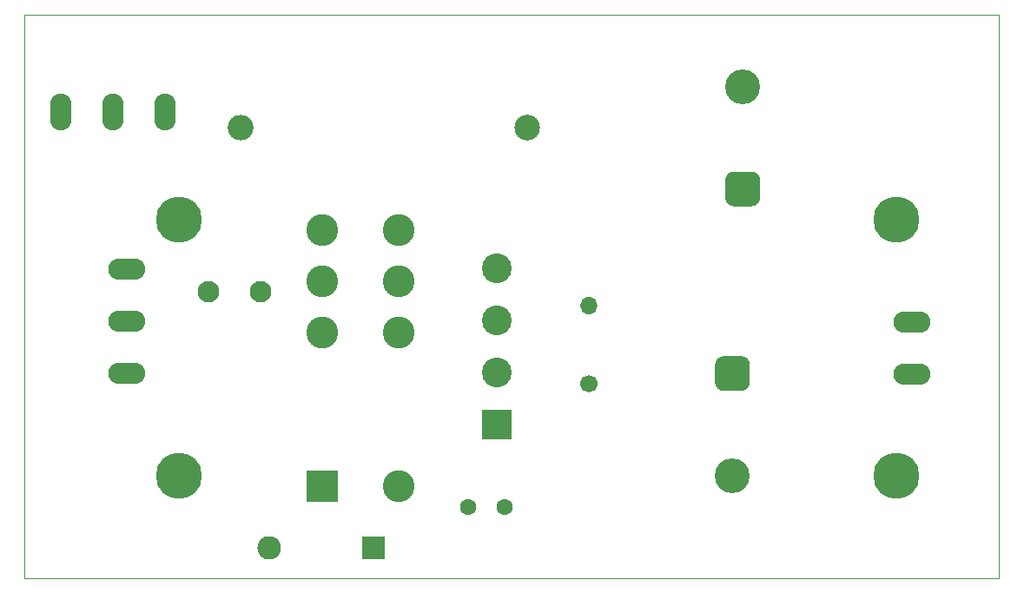
<source format=gbr>
G04 #@! TF.GenerationSoftware,KiCad,Pcbnew,(5.1.6)-1*
G04 #@! TF.CreationDate,2020-05-22T14:14:26+02:00*
G04 #@! TF.ProjectId,rect4,72656374-342e-46b6-9963-61645f706362,rev?*
G04 #@! TF.SameCoordinates,PX17d7840PYaba9500*
G04 #@! TF.FileFunction,Soldermask,Top*
G04 #@! TF.FilePolarity,Negative*
%FSLAX46Y46*%
G04 Gerber Fmt 4.6, Leading zero omitted, Abs format (unit mm)*
G04 Created by KiCad (PCBNEW (5.1.6)-1) date 2020-05-22 14:14:26*
%MOMM*%
%LPD*%
G01*
G04 APERTURE LIST*
G04 #@! TA.AperFunction,Profile*
%ADD10C,0.050000*%
G04 #@! TD*
%ADD11O,2.100000X3.600000*%
%ADD12C,4.500000*%
%ADD13O,1.700000X1.700000*%
%ADD14C,1.700000*%
%ADD15O,2.500000X2.500000*%
%ADD16C,2.500000*%
%ADD17C,3.100000*%
%ADD18R,3.100000X3.100000*%
%ADD19O,3.600000X2.100000*%
%ADD20C,1.600000*%
%ADD21C,2.100000*%
%ADD22R,2.900000X2.900000*%
%ADD23C,2.900000*%
%ADD24O,2.300000X2.300000*%
%ADD25R,2.300000X2.300000*%
%ADD26C,3.400000*%
G04 APERTURE END LIST*
D10*
X0Y55000000D02*
X95000000Y55000000D01*
X0Y0D02*
X0Y55000000D01*
X5000000Y0D02*
X0Y0D01*
X95000000Y0D02*
X95000000Y55000000D01*
X5000000Y0D02*
X95000000Y0D01*
D11*
G04 #@! TO.C,J4*
X13660000Y45500000D03*
X8580000Y45500000D03*
X3500000Y45500000D03*
G04 #@! TD*
D12*
G04 #@! TO.C,U4*
X85000000Y35000000D03*
G04 #@! TD*
G04 #@! TO.C,U3*
X15000000Y35000000D03*
G04 #@! TD*
G04 #@! TO.C,U2*
X85000000Y10000000D03*
G04 #@! TD*
G04 #@! TO.C,U1*
X15000000Y10000000D03*
G04 #@! TD*
D13*
G04 #@! TO.C,R2*
X55000000Y26620000D03*
D14*
X55000000Y19000000D03*
G04 #@! TD*
D15*
G04 #@! TO.C,R1*
X21060000Y44000000D03*
D16*
X49000000Y44000000D03*
G04 #@! TD*
D17*
G04 #@! TO.C,K1*
X29000000Y34000000D03*
X36500000Y29000000D03*
X29000000Y24000000D03*
X36500000Y24000000D03*
X36500000Y34000000D03*
X29000000Y29000000D03*
X36500000Y9000000D03*
D18*
X29000000Y9000000D03*
G04 #@! TD*
D19*
G04 #@! TO.C,J3*
X86500000Y19920000D03*
X86500000Y25000000D03*
G04 #@! TD*
D20*
G04 #@! TO.C,J2*
X43250000Y7000000D03*
X46750000Y7000000D03*
G04 #@! TD*
D19*
G04 #@! TO.C,J1*
X10000000Y30160000D03*
X10000000Y25080000D03*
X10000000Y20000000D03*
G04 #@! TD*
D21*
G04 #@! TO.C,F1*
X17920000Y28010000D03*
X23000000Y28000000D03*
G04 #@! TD*
D22*
G04 #@! TO.C,D2*
X46000000Y15000000D03*
D23*
X46000000Y20080000D03*
X46000000Y25160000D03*
X46000000Y30240000D03*
G04 #@! TD*
D24*
G04 #@! TO.C,D1*
X23840000Y3000000D03*
D25*
X34000000Y3000000D03*
G04 #@! TD*
G04 #@! TO.C,C2*
G36*
G01*
X70850000Y36300000D02*
X69150000Y36300000D01*
G75*
G02*
X68300000Y37150000I0J850000D01*
G01*
X68300000Y38850000D01*
G75*
G02*
X69150000Y39700000I850000J0D01*
G01*
X70850000Y39700000D01*
G75*
G02*
X71700000Y38850000I0J-850000D01*
G01*
X71700000Y37150000D01*
G75*
G02*
X70850000Y36300000I-850000J0D01*
G01*
G37*
D26*
X70000000Y48000000D03*
G04 #@! TD*
G04 #@! TO.C,C1*
G36*
G01*
X68150000Y21700000D02*
X69850000Y21700000D01*
G75*
G02*
X70700000Y20850000I0J-850000D01*
G01*
X70700000Y19150000D01*
G75*
G02*
X69850000Y18300000I-850000J0D01*
G01*
X68150000Y18300000D01*
G75*
G02*
X67300000Y19150000I0J850000D01*
G01*
X67300000Y20850000D01*
G75*
G02*
X68150000Y21700000I850000J0D01*
G01*
G37*
X69000000Y10000000D03*
G04 #@! TD*
M02*

</source>
